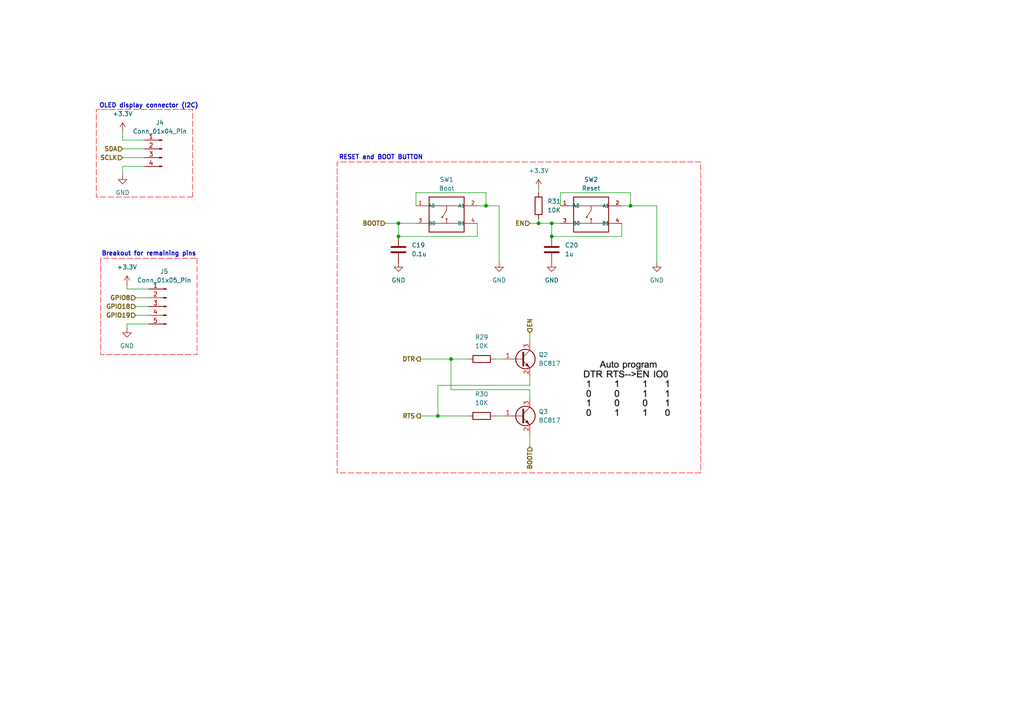
<source format=kicad_sch>
(kicad_sch (version 20250114) (generator "eeschema") (generator_version "9.0")
  (paper "A4")
  (lib_symbols
    (symbol "Connector:Conn_01x04_Pin" (pin_names (offset 1.016) (hide yes))
      (property "Reference" "J" (at 0 5.08 0))
      (property "Value" "Conn_01x04_Pin" (at 0 -7.62 0))
      (symbol "Conn_01x04_Pin_1_1"
        (rectangle (start 0.8636 2.667) (end 0 2.413) (stroke (width 0.1524)) (fill (type outline)))
        (rectangle (start 0.8636 0.127) (end 0 -0.127) (stroke (width 0.1524)) (fill (type outline)))
        (rectangle (start 0.8636 -2.413) (end 0 -2.667) (stroke (width 0.1524)) (fill (type outline)))
        (rectangle (start 0.8636 -4.953) (end 0 -5.207) (stroke (width 0.1524)) (fill (type outline)))
        (polyline (pts (xy 1.27 2.54) (xy 0.8636 2.54)) (stroke (width 0.1524)))
        (polyline (pts (xy 1.27 0) (xy 0.8636 0)) (stroke (width 0.1524)))
        (polyline (pts (xy 1.27 -2.54) (xy 0.8636 -2.54)) (stroke (width 0.1524)))
        (polyline (pts (xy 1.27 -5.08) (xy 0.8636 -5.08)) (stroke (width 0.1524)))
        (pin passive line (at 5.08 2.54 180) (length 3.81) (name "Pin_1") (number "1"))
        (pin passive line (at 5.08 0 180) (length 3.81) (name "Pin_2") (number "2"))
        (pin passive line (at 5.08 -2.54 180) (length 3.81) (name "Pin_3") (number "3"))
        (pin passive line (at 5.08 -5.08 180) (length 3.81) (name "Pin_4") (number "4"))
      )
    )
    (symbol "Connector:Conn_01x05_Pin" (pin_names (offset 1.016) (hide yes))
      (property "Reference" "J" (at 0 7.62 0))
      (property "Value" "Conn_01x05_Pin" (at 0 -7.62 0))
      (symbol "Conn_01x05_Pin_1_1"
        (rectangle (start 0.8636 5.207) (end 0 4.953) (stroke (width 0.1524)) (fill (type outline)))
        (rectangle (start 0.8636 2.667) (end 0 2.413) (stroke (width 0.1524)) (fill (type outline)))
        (rectangle (start 0.8636 0.127) (end 0 -0.127) (stroke (width 0.1524)) (fill (type outline)))
        (rectangle (start 0.8636 -2.413) (end 0 -2.667) (stroke (width 0.1524)) (fill (type outline)))
        (rectangle (start 0.8636 -4.953) (end 0 -5.207) (stroke (width 0.1524)) (fill (type outline)))
        (polyline (pts (xy 1.27 5.08) (xy 0.8636 5.08)) (stroke (width 0.1524)))
        (polyline (pts (xy 1.27 2.54) (xy 0.8636 2.54)) (stroke (width 0.1524)))
        (polyline (pts (xy 1.27 0) (xy 0.8636 0)) (stroke (width 0.1524)))
        (polyline (pts (xy 1.27 -2.54) (xy 0.8636 -2.54)) (stroke (width 0.1524)))
        (polyline (pts (xy 1.27 -5.08) (xy 0.8636 -5.08)) (stroke (width 0.1524)))
        (pin passive line (at 5.08 5.08 180) (length 3.81) (name "Pin_1") (number "1"))
        (pin passive line (at 5.08 2.54 180) (length 3.81) (name "Pin_2") (number "2"))
        (pin passive line (at 5.08 0 180) (length 3.81) (name "Pin_3") (number "3"))
        (pin passive line (at 5.08 -2.54 180) (length 3.81) (name "Pin_4") (number "4"))
        (pin passive line (at 5.08 -5.08 180) (length 3.81) (name "Pin_5") (number "5"))
      )
    )
    (symbol "Device:C" (pin_numbers (hide yes)) (pin_names (offset 0.254))
      (property "Reference" "C" (at 0.635 2.54 0))
      (property "Value" "C" (at 0.635 -2.54 0))
      (symbol "C_0_1"
        (polyline (pts (xy -2.032 0.762) (xy 2.032 0.762)) (stroke (width 0.508)))
        (polyline (pts (xy -2.032 -0.762) (xy 2.032 -0.762)) (stroke (width 0.508)))
      )
      (symbol "C_1_1"
        (pin passive line (at 0 3.81 270) (length 2.794) (name "~") (number "1"))
        (pin passive line (at 0 -3.81 90) (length 2.794) (name "~") (number "2"))
      )
    )
    (symbol "Device:R" (pin_numbers (hide yes)) (pin_names (offset 0))
      (property "Reference" "R" (at 2.032 0 90))
      (property "Value" "R" (at 0 0 90))
      (symbol "R_0_1"
        (rectangle (start -1.016 -2.54) (end 1.016 2.54) (stroke (width 0.254)))
      )
      (symbol "R_1_1"
        (pin passive line (at 0 3.81 270) (length 1.27) (name "~") (number "1"))
        (pin passive line (at 0 -3.81 90) (length 1.27) (name "~") (number "2"))
      )
    )
    (symbol "SMD-BUTTON_4P-5.2X5.2X1.5MM-SKQGADE010_:SMD-BUTTON_4P-5.2X5.2X1.5MM-SKQGADE010_" (pin_names (offset 1.016))
      (property "Reference" "SW" (at -5.0859 5.0859 0))
      (property "Value" "SMD-BUTTON_4P-5.2X5.2X1.5MM-SKQGADE010_" (at -5.0884 -6.3605 0))
      (symbol "SMD-BUTTON_4P-5.2X5.2X1.5MM-SKQGADE010__0_0"
        (polyline (pts (xy -6.35 2.54) (xy -5.08 2.54)) (stroke (width 0.1524)))
        (polyline (pts (xy -6.35 -2.54) (xy -5.08 -2.54)) (stroke (width 0.1524)))
        (polyline (pts (xy -5.08 5.08) (xy 5.08 5.08)) (stroke (width 0.254)))
        (polyline (pts (xy -5.08 2.54) (xy -5.08 5.08)) (stroke (width 0.254)))
        (polyline (pts (xy -5.08 2.54) (xy 0 2.54)) (stroke (width 0.1524)))
        (polyline (pts (xy -5.08 -2.54) (xy -5.08 2.54)) (stroke (width 0.254)))
        (polyline (pts (xy -5.08 -5.08) (xy -5.08 -2.54)) (stroke (width 0.254)))
        (circle (center -1.27 -0.762) (radius 0.1524))
        (polyline (pts (xy 0 2.54) (xy 0 1.27)) (stroke (width 0.1524)))
        (polyline (pts (xy 0 2.54) (xy 5.08 2.54)) (stroke (width 0.1524)))
        (polyline (pts (xy 0 1.27) (xy -1.27 -0.762)) (stroke (width 0.1524)))
        (polyline (pts (xy 0 -1.27) (xy 0 -2.54)) (stroke (width 0.1524)))
        (circle (center 0 -1.27) (radius 0.1524))
        (polyline (pts (xy 0 -2.54) (xy -5.08 -2.54)) (stroke (width 0.1524)))
        (polyline (pts (xy 0 -2.54) (xy 5.08 -2.54)) (stroke (width 0.1524)))
        (polyline (pts (xy 5.08 5.08) (xy 5.08 2.54)) (stroke (width 0.254)))
        (polyline (pts (xy 5.08 2.54) (xy 5.08 -2.54)) (stroke (width 0.254)))
        (polyline (pts (xy 5.08 -2.54) (xy 5.08 -5.08)) (stroke (width 0.254)))
        (polyline (pts (xy 5.08 -5.08) (xy -5.08 -5.08)) (stroke (width 0.254)))
        (polyline (pts (xy 6.35 2.54) (xy 5.08 2.54)) (stroke (width 0.1524)))
        (polyline (pts (xy 6.35 -2.54) (xy 5.08 -2.54)) (stroke (width 0.1524)))
        (pin bidirectional line (at -8.89 2.54 0) (length 2.54) (name "A0") (number "1"))
        (pin bidirectional line (at -8.89 -2.54 0) (length 2.54) (name "B0") (number "3"))
        (pin bidirectional line (at 8.89 2.54 180) (length 2.54) (name "A1") (number "2"))
        (pin bidirectional line (at 8.89 -2.54 180) (length 2.54) (name "B1") (number "4"))
      )
    )
    (symbol "Transistor_BJT:BC817" (pin_names (offset 0) (hide yes))
      (property "Reference" "Q" (at 5.08 1.905 0))
      (property "Value" "BC817" (at 5.08 0 0))
      (symbol "BC817_0_1"
        (polyline (pts (xy -2.54 0) (xy 0.635 0)))
        (polyline (pts (xy 0.635 1.905) (xy 0.635 -1.905)) (stroke (width 0.508)))
        (circle (center 1.27 0) (radius 2.8194) (stroke (width 0.254)))
      )
      (symbol "BC817_1_1"
        (polyline (pts (xy 0.635 0.635) (xy 2.54 2.54)))
        (polyline (pts (xy 0.635 -0.635) (xy 2.54 -2.54)))
        (polyline (pts (xy 1.27 -1.778) (xy 1.778 -1.27) (xy 2.286 -2.286) (xy 1.27 -1.778)) (fill (type outline)))
        (pin input line (at -5.08 0 0) (length 2.54) (name "B") (number "1"))
        (pin passive line (at 2.54 5.08 270) (length 2.54) (name "C") (number "3"))
        (pin passive line (at 2.54 -5.08 90) (length 2.54) (name "E") (number "2"))
      )
    )
    (symbol "power:+3.3V" (power) (pin_numbers (hide yes)) (pin_names (offset 0) (hide yes))
      (property "Value" "+3.3V" (at 0 3.556 0))
      (symbol "+3.3V_0_1"
        (polyline (pts (xy -0.762 1.27) (xy 0 2.54)))
        (polyline (pts (xy 0 2.54) (xy 0.762 1.27)))
        (polyline (pts (xy 0 0) (xy 0 2.54)))
      )
      (symbol "+3.3V_1_1"
        (pin power_in line (at 0 0 90) (length 0) (name "~") (number "1"))
      )
    )
    (symbol "power:GND" (power) (pin_numbers (hide yes)) (pin_names (offset 0) (hide yes))
      (property "Value" "GND" (at 0 -3.81 0))
      (symbol "GND_0_1"
        (polyline (pts (xy 0 0) (xy 0 -1.27) (xy 1.27 -1.27) (xy 0 -2.54) (xy -1.27 -1.27) (xy 0 -1.27)))
      )
      (symbol "GND_1_1"
        (pin power_in line (at 0 0 270) (length 0) (name "~") (number "1"))
      )
    )
  )
  (text "OLED display connector (I2C)\n\n" (at 43.18 31.75 0) (effects (font (size 1.27 1.27) (thickness 0.254) (bold yes))))
  (text "RESET and BOOT BUTTON\n" (at 110.49 45.72 0) (effects (font (size 1.27 1.27) (thickness 0.254) (bold yes))))
  (text "Breakout for remaining pins" (at 43.18 73.66 0) (effects (font (size 1.27 1.27) (thickness 0.254) (bold yes))))
  (junction (at 127 120.65))
  (junction (at 130.81 104.14))
  (junction (at 115.57 64.77))
  (junction (at 115.57 68.58))
  (junction (at 156.21 64.77))
  (junction (at 182.88 59.69))
  (junction (at 160.02 68.58))
  (junction (at 160.02 64.77))
  (junction (at 140.97 59.69))
  (wire (pts (xy 144.78 59.69) (xy 144.78 76.2)))
  (wire (pts (xy 35.56 43.18) (xy 41.91 43.18)))
  (wire (pts (xy 138.43 68.58) (xy 115.57 68.58)))
  (wire (pts (xy 36.83 83.82) (xy 43.18 83.82)))
  (wire (pts (xy 160.02 64.77) (xy 160.02 68.58)))
  (wire (pts (xy 35.56 45.72) (xy 41.91 45.72)))
  (wire (pts (xy 121.92 104.14) (xy 130.81 104.14)))
  (wire (pts (xy 140.97 59.69) (xy 144.78 59.69)))
  (wire (pts (xy 127 111.76) (xy 127 120.65)))
  (wire (pts (xy 162.56 64.77) (xy 160.02 64.77)))
  (wire (pts (xy 130.81 104.14) (xy 135.89 104.14)))
  (wire (pts (xy 153.67 96.52) (xy 153.67 99.06)))
  (wire (pts (xy 162.56 59.69) (xy 162.56 55.88)))
  (wire (pts (xy 160.02 68.58) (xy 180.34 68.58)))
  (wire (pts (xy 182.88 55.88) (xy 182.88 59.69)))
  (wire (pts (xy 138.43 59.69) (xy 140.97 59.69)))
  (wire (pts (xy 153.67 109.22) (xy 153.67 111.76)))
  (wire (pts (xy 111.76 64.77) (xy 115.57 64.77)))
  (wire (pts (xy 143.51 104.14) (xy 146.05 104.14)))
  (wire (pts (xy 120.65 59.69) (xy 120.65 55.88)))
  (wire (pts (xy 156.21 63.5) (xy 156.21 64.77)))
  (wire (pts (xy 115.57 64.77) (xy 115.57 68.58)))
  (wire (pts (xy 153.67 125.73) (xy 153.67 129.54)))
  (wire (pts (xy 156.21 64.77) (xy 160.02 64.77)))
  (wire (pts (xy 130.81 113.03) (xy 130.81 104.14)))
  (wire (pts (xy 121.92 120.65) (xy 127 120.65)))
  (wire (pts (xy 153.67 111.76) (xy 127 111.76)))
  (wire (pts (xy 190.5 59.69) (xy 182.88 59.69)))
  (wire (pts (xy 36.83 95.25) (xy 36.83 93.98)))
  (wire (pts (xy 36.83 82.55) (xy 36.83 83.82)))
  (wire (pts (xy 39.37 86.36) (xy 43.18 86.36)))
  (wire (pts (xy 39.37 91.44) (xy 43.18 91.44)))
  (wire (pts (xy 190.5 76.2) (xy 190.5 59.69)))
  (wire (pts (xy 182.88 59.69) (xy 180.34 59.69)))
  (wire (pts (xy 138.43 64.77) (xy 138.43 68.58)))
  (wire (pts (xy 153.67 64.77) (xy 156.21 64.77)))
  (wire (pts (xy 156.21 54.61) (xy 156.21 55.88)))
  (wire (pts (xy 162.56 55.88) (xy 182.88 55.88)))
  (wire (pts (xy 120.65 64.77) (xy 115.57 64.77)))
  (wire (pts (xy 120.65 55.88) (xy 140.97 55.88)))
  (wire (pts (xy 153.67 113.03) (xy 130.81 113.03)))
  (wire (pts (xy 127 120.65) (xy 135.89 120.65)))
  (wire (pts (xy 153.67 115.57) (xy 153.67 113.03)))
  (wire (pts (xy 41.91 48.26) (xy 35.56 48.26)))
  (wire (pts (xy 35.56 40.64) (xy 41.91 40.64)))
  (wire (pts (xy 39.37 88.9) (xy 43.18 88.9)))
  (wire (pts (xy 36.83 93.98) (xy 43.18 93.98)))
  (wire (pts (xy 143.51 120.65) (xy 146.05 120.65)))
  (wire (pts (xy 35.56 48.26) (xy 35.56 50.8)))
  (wire (pts (xy 140.97 55.88) (xy 140.97 59.69)))
  (wire (pts (xy 180.34 68.58) (xy 180.34 64.77)))
  (wire (pts (xy 35.56 38.1) (xy 35.56 40.64)))
  (image (at 181.61 113.03) (scale 0.606158))
  (hierarchical_label "DTR" (shape output) (at 121.92 104.14 180) (effects (font (thickness 0.254) (bold yes))))
  (hierarchical_label "GPIO8" (shape input) (at 39.37 86.36 180) (effects (font (thickness 0.254) (bold yes))))
  (hierarchical_label "SCLK" (shape input) (at 35.56 45.72 180) (effects (font (thickness 0.254) (bold yes))))
  (hierarchical_label "BOOT" (shape input) (at 111.76 64.77 180) (effects (font (thickness 0.254) (bold yes))))
  (hierarchical_label "EN" (shape input) (at 153.67 96.52 90) (effects (font (thickness 0.254) (bold yes))))
  (hierarchical_label "GPIO18" (shape input) (at 39.37 88.9 180) (effects (font (thickness 0.254) (bold yes))))
  (hierarchical_label "GPIO19" (shape input) (at 39.37 91.44 180) (effects (font (thickness 0.254) (bold yes))))
  (hierarchical_label "SDA" (shape input) (at 35.56 43.18 180) (effects (font (thickness 0.254) (bold yes))))
  (hierarchical_label "RTS" (shape output) (at 121.92 120.65 180) (effects (font (thickness 0.254) (bold yes))))
  (hierarchical_label "EN" (shape input) (at 153.67 64.77 180) (effects (font (thickness 0.254) (bold yes))))
  (hierarchical_label "BOOT" (shape input) (at 153.67 129.54 270) (effects (font (thickness 0.254) (bold yes))))
  (rule_area (polyline (pts (xy 57.15 74.93) (xy 57.15 102.87) (xy 29.21 102.87) (xy 29.21 74.93)) (stroke (width 0) (type dash))))
  (rule_area (polyline (pts (xy 203.2 137.16) (xy 97.79 137.16) (xy 97.79 46.99) (xy 203.2 46.99)) (stroke (width 0) (type dash))))
  (rule_area (polyline (pts (xy 55.88 57.15) (xy 27.94 57.15) (xy 27.94 31.75) (xy 55.88 31.75)) (stroke (width 0) (type dash))))
  (symbol (lib_id "power:+3.3V") (at 35.56 38.1 0) (unit 1)
    (property "Reference" "#PWR035" (effects (hide yes)))
    (property "Value" "+3.3V" (at 35.56 33.02 0))
    (property "Description" "Power symbol creates a global label with name \"+3.3V\"" (effects (hide yes)))
  )
  (symbol (lib_id "power:GND") (at 144.78 76.2 0) (unit 1)
    (property "Reference" "#PWR041" (effects (hide yes)))
    (property "Value" "GND" (at 144.78 81.28 0))
    (property "Description" "Power symbol creates a global label with name \"GND\" , ground" (effects (hide yes)))
  )
  (symbol (lib_id "Transistor_BJT:BC817") (at 151.13 120.65 0) (unit 1)
    (property "Reference" "Q3" (at 156.21 119.3799 0) (effects (justify left)))
    (property "Value" "BC817" (at 156.21 121.9199 0) (effects (justify left)))
    (property "Footprint" "Package_TO_SOT_SMD:SOT-23" (effects (hide yes)))
    (property "Datasheet" "https://www.onsemi.com/pub/Collateral/BC818-D.pdf" (effects (hide yes)))
    (property "Description" "0.8A Ic, 45V Vce, NPN Transistor, SOT-23" (effects (hide yes)))
  )
  (symbol (lib_id "power:GND") (at 190.5 76.2 0) (unit 1)
    (property "Reference" "#PWR042" (effects (hide yes)))
    (property "Value" "GND" (at 190.5 81.28 0))
    (property "Description" "Power symbol creates a global label with name \"GND\" , ground" (effects (hide yes)))
  )
  (symbol (lib_id "Connector:Conn_01x04_Pin") (at 46.99 43.18 0) (mirror y) (unit 1)
    (property "Reference" "J4" (at 46.355 35.56 0))
    (property "Value" "Conn_01x04_Pin" (at 46.355 38.1 0))
    (property "Footprint" "Connector_PinHeader_2.54mm:PinHeader_1x04_P2.54mm_Vertical" (effects (hide yes)))
    (property "Description" "Generic connector, single row, 01x04, script generated" (effects (hide yes)))
  )
  (symbol (lib_id "Device:R") (at 139.7 104.14 90) (unit 1)
    (property "Reference" "R29" (at 139.7 97.79 90))
    (property "Value" "10K" (at 139.7 100.33 90))
    (property "Footprint" "Resistor_SMD:R_0805_2012Metric" (effects (hide yes)))
    (property "Description" "Resistor" (effects (hide yes)))
  )
  (symbol (lib_id "Device:C") (at 160.02 72.39 0) (unit 1)
    (property "Reference" "C20" (at 163.83 71.1199 0) (effects (justify left)))
    (property "Value" "1u" (at 163.83 73.6599 0) (effects (justify left)))
    (property "Footprint" "Capacitor_SMD:C_0805_2012Metric" (effects (hide yes)))
    (property "Description" "Unpolarized capacitor" (effects (hide yes)))
  )
  (symbol (lib_id "power:+3.3V") (at 36.83 82.55 0) (unit 1)
    (property "Reference" "#PWR037" (effects (hide yes)))
    (property "Value" "+3.3V" (at 36.83 77.47 0))
    (property "Description" "Power symbol creates a global label with name \"+3.3V\"" (effects (hide yes)))
  )
  (symbol (lib_id "Device:R") (at 139.7 120.65 90) (unit 1)
    (property "Reference" "R30" (at 139.7 114.3 90))
    (property "Value" "10K" (at 139.7 116.84 90))
    (property "Footprint" "Resistor_SMD:R_0805_2012Metric" (effects (hide yes)))
    (property "Description" "Resistor" (effects (hide yes)))
  )
  (symbol (lib_id "Connector:Conn_01x05_Pin") (at 48.26 88.9 0) (mirror y) (unit 1)
    (property "Reference" "J5" (at 47.625 78.74 0))
    (property "Value" "Conn_01x05_Pin" (at 47.625 81.28 0))
    (property "Footprint" "Connector_PinHeader_2.54mm:PinHeader_1x05_P2.54mm_Vertical" (effects (hide yes)))
    (property "Description" "Generic connector, single row, 01x05, script generated" (effects (hide yes)))
  )
  (symbol (lib_id "power:GND") (at 36.83 95.25 0) (unit 1)
    (property "Reference" "#PWR038" (effects (hide yes)))
    (property "Value" "GND" (at 36.83 100.33 0))
    (property "Description" "Power symbol creates a global label with name \"GND\" , ground" (effects (hide yes)))
  )
  (symbol (lib_id "power:GND") (at 160.02 76.2 0) (unit 1)
    (property "Reference" "#PWR040" (effects (hide yes)))
    (property "Value" "GND" (at 160.02 81.28 0))
    (property "Description" "Power symbol creates a global label with name \"GND\" , ground" (effects (hide yes)))
  )
  (symbol (lib_id "power:GND") (at 35.56 50.8 0) (unit 1)
    (property "Reference" "#PWR036" (effects (hide yes)))
    (property "Value" "GND" (at 35.56 55.88 0))
    (property "Description" "Power symbol creates a global label with name \"GND\" , ground" (effects (hide yes)))
  )
  (symbol (lib_id "SMD-BUTTON_4P-5.2X5.2X1.5MM-SKQGADE010_:SMD-BUTTON_4P-5.2X5.2X1.5MM-SKQGADE010_") (at 129.54 62.23 0) (unit 1)
    (property "Reference" "SW1" (at 129.54 52.07 0))
    (property "Value" "Boot" (at 129.54 54.61 0))
    (property "Footprint" "ESP32_Footprints:SW_USLPT2819DT2TR" (effects (hide yes)))
    (property "MF" "ALPS" (effects (hide yes)))
    (property "Description_1" "Switch Tactile N.O. SPST Round Button Gull Wing 0.05A 12VDC 2.55N SMD T/R" (effects (hide yes)))
    (property "Package" "SMD-4 ALPS" (effects (hide yes)))
    (property "Price" "None" (effects (hide yes)))
    (property "SnapEDA_Link" "https://www.snapeda.com/parts/SKQGADE010/ALPS/view-part/?ref=snap" (effects (hide yes)))
    (property "MP" "SKQGADE010" (effects (hide yes)))
    (property "Availability" "In Stock" (effects (hide yes)))
    (property "Check_prices" "https://www.snapeda.com/parts/SKQGADE010/ALPS/view-part/?ref=eda" (effects (hide yes)))
  )
  (symbol (lib_id "Device:R") (at 156.21 59.69 0) (unit 1)
    (property "Reference" "R31" (at 158.75 58.4199 0) (effects (justify left)))
    (property "Value" "10K" (at 158.75 60.9599 0) (effects (justify left)))
    (property "Footprint" "Resistor_SMD:R_0805_2012Metric" (effects (hide yes)))
    (property "Description" "Resistor" (effects (hide yes)))
  )
  (symbol (lib_id "Transistor_BJT:BC817") (at 151.13 104.14 0) (unit 1)
    (property "Reference" "Q2" (at 156.21 102.8699 0) (effects (justify left)))
    (property "Value" "BC817" (at 156.21 105.4099 0) (effects (justify left)))
    (property "Footprint" "Package_TO_SOT_SMD:SOT-23" (effects (hide yes)))
    (property "Datasheet" "https://www.onsemi.com/pub/Collateral/BC818-D.pdf" (effects (hide yes)))
    (property "Description" "0.8A Ic, 45V Vce, NPN Transistor, SOT-23" (effects (hide yes)))
  )
  (symbol (lib_id "SMD-BUTTON_4P-5.2X5.2X1.5MM-SKQGADE010_:SMD-BUTTON_4P-5.2X5.2X1.5MM-SKQGADE010_") (at 171.45 62.23 0) (unit 1)
    (property "Reference" "SW2" (at 171.45 52.07 0))
    (property "Value" "Reset" (at 171.45 54.61 0))
    (property "Footprint" "ESP32_Footprints:SW_USLPT2819DT2TR" (effects (hide yes)))
    (property "MF" "ALPS" (effects (hide yes)))
    (property "Description_1" "Switch Tactile N.O. SPST Round Button Gull Wing 0.05A 12VDC 2.55N SMD T/R" (effects (hide yes)))
    (property "Package" "SMD-4 ALPS" (effects (hide yes)))
    (property "Price" "None" (effects (hide yes)))
    (property "SnapEDA_Link" "https://www.snapeda.com/parts/SKQGADE010/ALPS/view-part/?ref=snap" (effects (hide yes)))
    (property "MP" "SKQGADE010" (effects (hide yes)))
    (property "Availability" "In Stock" (effects (hide yes)))
    (property "Check_prices" "https://www.snapeda.com/parts/SKQGADE010/ALPS/view-part/?ref=eda" (effects (hide yes)))
  )
  (symbol (lib_id "power:GND") (at 115.57 76.2 0) (unit 1)
    (property "Reference" "#PWR039" (effects (hide yes)))
    (property "Value" "GND" (at 115.57 81.28 0))
    (property "Description" "Power symbol creates a global label with name \"GND\" , ground" (effects (hide yes)))
  )
  (symbol (lib_id "Device:C") (at 115.57 72.39 0) (unit 1)
    (property "Reference" "C19" (at 119.38 71.1199 0) (effects (justify left)))
    (property "Value" "0.1u" (at 119.38 73.6599 0) (effects (justify left)))
    (property "Footprint" "Capacitor_SMD:C_0805_2012Metric" (effects (hide yes)))
    (property "Description" "Unpolarized capacitor" (effects (hide yes)))
  )
  (symbol (lib_id "power:+3.3V") (at 156.21 54.61 0) (unit 1)
    (property "Reference" "#PWR043" (effects (hide yes)))
    (property "Value" "+3.3V" (at 156.21 49.53 0))
    (property "Description" "Power symbol creates a global label with name \"+3.3V\"" (effects (hide yes)))
  )
)
</source>
